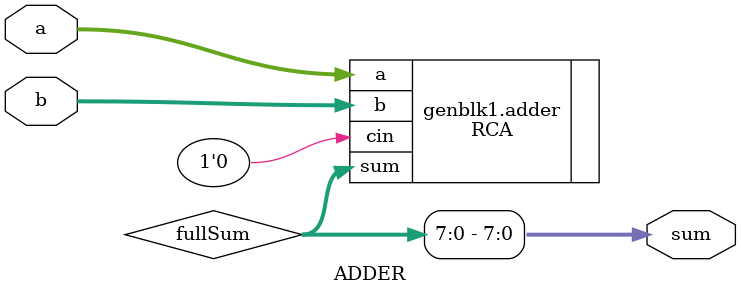
<source format=sv>
module ADDER #(
    parameter ADDERTYPE      = 0,
    parameter SUBADDERTYPE   = 1,
    parameter BITWIDTH       = 8,
    parameter NB_APPROX_BITS = 2
)(
    input  logic [BITWIDTH-1:0] a,
    input  logic [BITWIDTH-1:0] b,

    output logic [BITWIDTH-1:0] sum
);
    logic [BITWIDTH:0] fullSum;

    assign sum = fullSum[BITWIDTH-1:0];

    generate;
        if (ADDERTYPE == 0) begin
            RCA #(.BITWIDTH (BITWIDTH) ) adder (
                .a   ( a       ),
                .b   ( b       ),
                .cin ( 1'b0    ), 
                .sum ( fullSum )
            );
        end else if (ADDERTYPE == 1) begin
            CLA #( .BITWIDTH ( BITWIDTH ) ) adder (
                .a   ( a       ),
                .b   ( b       ),
                .cin ( '0      ),
                .sum ( fullSum )
            );
        end else if (ADDERTYPE == 2) begin
            APA #( .BITWIDTH ( BITWIDTH       ),
                   .BORDER   ( NB_APPROX_BITS ),
                   .SUBTYPE  ( SUBADDERTYPE   )
            ) adder (
                .a   ( a       ),
                .b   ( b       ),
                .sum ( fullSum )
            );
        end else if (ADDERTYPE == 3) begin
            APAII #( .BITWIDTH ( BITWIDTH       ),
                     .BORDER   ( NB_APPROX_BITS ),
                     .SUBTYPE  ( SUBADDERTYPE   )
            ) adder (
                .a   ( a       ),
                .b   ( b       ),
                .sum ( fullSum )
            );
        end else if (ADDERTYPE == 4) begin
            ETAI #( .BITWIDTH ( BITWIDTH       ), 
                    .BORDER   ( NB_APPROX_BITS ),
                    .SUBTYPE  ( SUBADDERTYPE   )
            ) adder (
                .a   ( a       ),
                .b   ( b       ),
                .sum ( fullSum )
            );
        end else if (ADDERTYPE == 5) begin
            LOA #( .BITWIDTH ( BITWIDTH       ), 
                   .BORDER   ( NB_APPROX_BITS ),
                   .SUBTYPE  ( SUBADDERTYPE   )
            ) adder (
                .a   ( a       ),
                .b   ( b       ),
                .sum ( fullSum )
            );
        end else if (ADDERTYPE == 6) begin
            MA #( .BITWIDTH ( BITWIDTH       ), 
                  .BORDER   ( NB_APPROX_BITS ),
                  .SUBTYPE  ( SUBADDERTYPE   )
            ) adder (
                .a   ( a       ),
                .b   ( b       ),
                .sum ( fullSum )
            );
        end else if (ADDERTYPE == 7) begin
            TA #( .BITWIDTH ( BITWIDTH       ), 
                  .BORDER   ( NB_APPROX_BITS ),
                  .SUBTYPE  ( SUBADDERTYPE   )
            ) adder (
                .a   ( a       ),
                .b   ( b       ),
                .sum ( fullSum )
            );
        end
    endgenerate
    
endmodule
</source>
